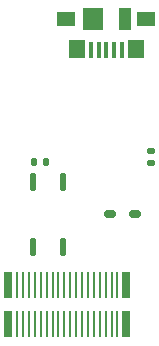
<source format=gbr>
%TF.GenerationSoftware,KiCad,Pcbnew,8.0.4*%
%TF.CreationDate,2024-09-10T15:11:46+03:00*%
%TF.ProjectId,micro17,6d696372-6f31-4372-9e6b-696361645f70,rev?*%
%TF.SameCoordinates,Original*%
%TF.FileFunction,Paste,Bot*%
%TF.FilePolarity,Positive*%
%FSLAX46Y46*%
G04 Gerber Fmt 4.6, Leading zero omitted, Abs format (unit mm)*
G04 Created by KiCad (PCBNEW 8.0.4) date 2024-09-10 15:11:46*
%MOMM*%
%LPD*%
G01*
G04 APERTURE LIST*
G04 Aperture macros list*
%AMRoundRect*
0 Rectangle with rounded corners*
0 $1 Rounding radius*
0 $2 $3 $4 $5 $6 $7 $8 $9 X,Y pos of 4 corners*
0 Add a 4 corners polygon primitive as box body*
4,1,4,$2,$3,$4,$5,$6,$7,$8,$9,$2,$3,0*
0 Add four circle primitives for the rounded corners*
1,1,$1+$1,$2,$3*
1,1,$1+$1,$4,$5*
1,1,$1+$1,$6,$7*
1,1,$1+$1,$8,$9*
0 Add four rect primitives between the rounded corners*
20,1,$1+$1,$2,$3,$4,$5,0*
20,1,$1+$1,$4,$5,$6,$7,0*
20,1,$1+$1,$6,$7,$8,$9,0*
20,1,$1+$1,$8,$9,$2,$3,0*%
G04 Aperture macros list end*
%ADD10RoundRect,0.150000X-0.350000X-0.150000X0.350000X-0.150000X0.350000X0.150000X-0.350000X0.150000X0*%
%ADD11RoundRect,0.137500X-0.137500X0.587500X-0.137500X-0.587500X0.137500X-0.587500X0.137500X0.587500X0*%
%ADD12R,0.450000X1.380000*%
%ADD13R,1.650000X1.300000*%
%ADD14R,1.425000X1.550000*%
%ADD15R,1.800000X1.900000*%
%ADD16R,1.000000X1.900000*%
%ADD17R,0.750000X2.300000*%
%ADD18R,0.250000X2.300000*%
%ADD19RoundRect,0.135000X0.135000X0.185000X-0.135000X0.185000X-0.135000X-0.185000X0.135000X-0.185000X0*%
%ADD20RoundRect,0.135000X0.185000X-0.135000X0.185000X0.135000X-0.185000X0.135000X-0.185000X-0.135000X0*%
G04 APERTURE END LIST*
D10*
%TO.C,D1*%
X194820000Y-67800000D03*
X196920000Y-67800000D03*
%TD*%
D11*
%TO.C,U3*%
X188330000Y-65150000D03*
X190870000Y-65150000D03*
X190870000Y-70650000D03*
X188330000Y-70650000D03*
%TD*%
D12*
%TO.C,J4*%
X193200000Y-53960000D03*
X193850000Y-53960000D03*
X194500000Y-53960000D03*
X195150000Y-53960000D03*
X195800000Y-53960000D03*
D13*
X191125000Y-51300000D03*
D14*
X192012500Y-53875000D03*
D15*
X193350000Y-51300000D03*
D16*
X196050000Y-51300000D03*
D14*
X196987500Y-53875000D03*
D13*
X197875000Y-51300000D03*
%TD*%
D17*
%TO.C,J2*%
X186200000Y-73850000D03*
X186200000Y-77150000D03*
D18*
X186950000Y-73850000D03*
X186950000Y-77150000D03*
X187450000Y-73850000D03*
X187450000Y-77150000D03*
X187950000Y-73850000D03*
X187950000Y-77150000D03*
X188450000Y-73850000D03*
X188450000Y-77150000D03*
X188950000Y-73850000D03*
X188950000Y-77150000D03*
X189450000Y-73850000D03*
X189450000Y-77150000D03*
X189950000Y-73850000D03*
X189950000Y-77150000D03*
X190450000Y-73850000D03*
X190450000Y-77150000D03*
X190950000Y-73850000D03*
X190950000Y-77150000D03*
X191450000Y-73850000D03*
X191450000Y-77150000D03*
X191950000Y-73850000D03*
X191950000Y-77150000D03*
X192450000Y-73850000D03*
X192450000Y-77150000D03*
X192950000Y-73850000D03*
X192950000Y-77150000D03*
X193450000Y-73850000D03*
X193450000Y-77150000D03*
X193950000Y-73850000D03*
X193950000Y-77150000D03*
X194450000Y-73850000D03*
X194450000Y-77150000D03*
X194950000Y-73850000D03*
X194950000Y-77150000D03*
X195450000Y-73850000D03*
X195450000Y-77150000D03*
D17*
X196200000Y-73850000D03*
X196200000Y-77150000D03*
%TD*%
D19*
%TO.C,R25*%
X189410000Y-63400000D03*
X188390000Y-63400000D03*
%TD*%
D20*
%TO.C,R30*%
X198300000Y-63510000D03*
X198300000Y-62490000D03*
%TD*%
M02*

</source>
